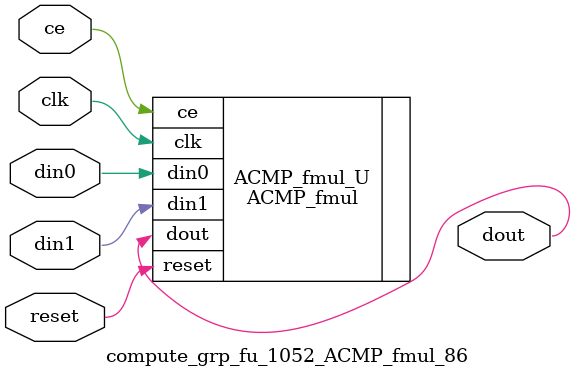
<source format=v>

`timescale 1 ns / 1 ps
module compute_grp_fu_1052_ACMP_fmul_86(
    clk,
    reset,
    ce,
    din0,
    din1,
    dout);

parameter ID = 32'd1;
parameter NUM_STAGE = 32'd1;
parameter din0_WIDTH = 32'd1;
parameter din1_WIDTH = 32'd1;
parameter dout_WIDTH = 32'd1;
input clk;
input reset;
input ce;
input[din0_WIDTH - 1:0] din0;
input[din1_WIDTH - 1:0] din1;
output[dout_WIDTH - 1:0] dout;



ACMP_fmul #(
.ID( ID ),
.NUM_STAGE( 4 ),
.din0_WIDTH( din0_WIDTH ),
.din1_WIDTH( din1_WIDTH ),
.dout_WIDTH( dout_WIDTH ))
ACMP_fmul_U(
    .clk( clk ),
    .reset( reset ),
    .ce( ce ),
    .din0( din0 ),
    .din1( din1 ),
    .dout( dout ));

endmodule

</source>
